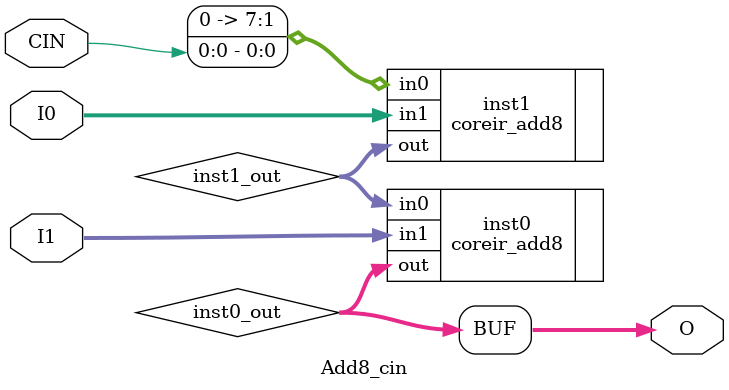
<source format=v>
module Add8_cin (input [7:0] I0, input [7:0] I1, output [7:0] O, input  CIN);
wire [7:0] inst0_out;
wire [7:0] inst1_out;
coreir_add8 inst0 (.in0(inst1_out), .in1(I1), .out(inst0_out));
coreir_add8 inst1 (.in0({1'b0,1'b0,1'b0,1'b0,1'b0,1'b0,1'b0,CIN}), .in1(I0), .out(inst1_out));
assign O = inst0_out;
endmodule


</source>
